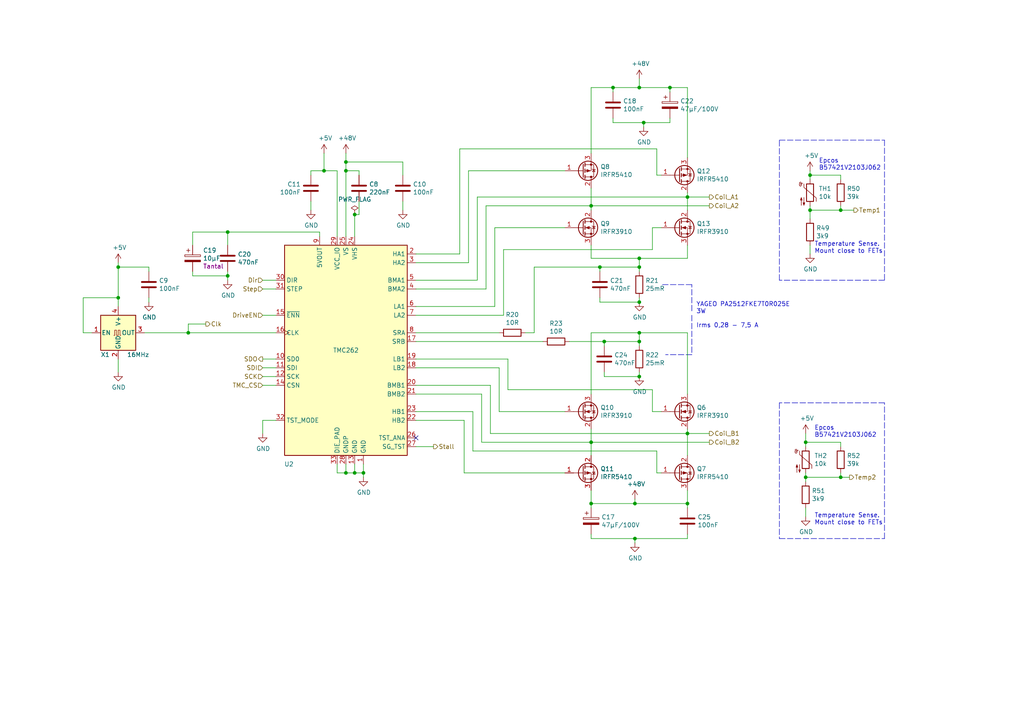
<source format=kicad_sch>
(kicad_sch (version 20211123) (generator eeschema)
  (paper "A4")
  (title_block (title "High Power Stepper Driver") (date "2019-12-19") (rev "1.0") (company "fordprfkt@googlemail.com") (comment 1 "Daniel Walter"))
  (lib_symbols
    (symbol "Device:C" (pin_numbers hide) (pin_names (offset 0.254))
      (property "Reference" "C" (at 0.635 2.54 0))
      (property "Value" "C" (at 0.635 -2.54 0))
      (symbol "C_0_1"
        (polyline (pts (xy -2.032 -0.762) (xy 2.032 -0.762)) (stroke (width 0.508)))
        (polyline (pts (xy -2.032 0.762) (xy 2.032 0.762)) (stroke (width 0.508)))
      )
      (symbol "C_1_1"
        (pin passive line (at 0 3.81 270) (length 2.794) (name "~") (number "1"))
        (pin passive line (at 0 -3.81 90) (length 2.794) (name "~") (number "2"))
      )
    )
    (symbol "Device:C_Polarized" (pin_numbers hide) (pin_names (offset 0.254))
      (property "Reference" "C" (at 0.635 2.54 0))
      (property "Value" "C_Polarized" (at 0.635 -2.54 0))
      (symbol "C_Polarized_0_1"
        (rectangle (start -2.286 0.508) (end 2.286 1.016))
        (polyline (pts (xy -1.778 2.286) (xy -0.762 2.286)))
        (polyline (pts (xy -1.27 2.794) (xy -1.27 1.778)))
        (rectangle (start 2.286 -0.508) (end -2.286 -1.016) (fill (type outline)))
      )
      (symbol "C_Polarized_1_1"
        (pin passive line (at 0 3.81 270) (length 2.794) (name "~") (number "1"))
        (pin passive line (at 0 -3.81 90) (length 2.794) (name "~") (number "2"))
      )
    )
    (symbol "Device:Q_NMOS_GDS" (pin_names (offset 0) hide)
      (property "Reference" "Q" (at 5.08 1.27 0))
      (property "Value" "Q_NMOS_GDS" (at 5.08 -1.27 0))
      (symbol "Q_NMOS_GDS_0_1"
        (polyline (pts (xy 0.254 0) (xy -2.54 0)))
        (polyline (pts (xy 0.254 1.905) (xy 0.254 -1.905)) (stroke (width 0.254)))
        (polyline (pts (xy 0.762 -1.27) (xy 0.762 -2.286)) (stroke (width 0.254)))
        (polyline (pts (xy 0.762 0.508) (xy 0.762 -0.508)) (stroke (width 0.254)))
        (polyline (pts (xy 0.762 2.286) (xy 0.762 1.27)) (stroke (width 0.254)))
        (polyline (pts (xy 2.54 2.54) (xy 2.54 1.778)))
        (polyline (pts (xy 2.54 -2.54) (xy 2.54 0) (xy 0.762 0)))
        (polyline (pts (xy 0.762 -1.778) (xy 3.302 -1.778) (xy 3.302 1.778) (xy 0.762 1.778)))
        (polyline (pts (xy 1.016 0) (xy 2.032 0.381) (xy 2.032 -0.381) (xy 1.016 0)) (fill (type outline)))
        (polyline (pts (xy 2.794 0.508) (xy 2.921 0.381) (xy 3.683 0.381) (xy 3.81 0.254)))
        (polyline (pts (xy 3.302 0.381) (xy 2.921 -0.254) (xy 3.683 -0.254) (xy 3.302 0.381)))
        (circle (center 1.651 0) (radius 2.794) (stroke (width 0.254)))
        (circle (center 2.54 -1.778) (radius 0.254) (fill (type outline)))
        (circle (center 2.54 1.778) (radius 0.254) (fill (type outline)))
      )
      (symbol "Q_NMOS_GDS_1_1"
        (pin input line (at -5.08 0 0) (length 2.54) (name "G") (number "1"))
        (pin passive line (at 2.54 5.08 270) (length 2.54) (name "D") (number "2"))
        (pin passive line (at 2.54 -5.08 90) (length 2.54) (name "S") (number "3"))
      )
    )
    (symbol "Device:Q_PMOS_GDS" (pin_names (offset 0) hide)
      (property "Reference" "Q" (at 5.08 1.27 0))
      (property "Value" "Q_PMOS_GDS" (at 5.08 -1.27 0))
      (symbol "Q_PMOS_GDS_0_1"
        (polyline (pts (xy 0.254 0) (xy -2.54 0)))
        (polyline (pts (xy 0.254 1.905) (xy 0.254 -1.905)) (stroke (width 0.254)))
        (polyline (pts (xy 0.762 -1.27) (xy 0.762 -2.286)) (stroke (width 0.254)))
        (polyline (pts (xy 0.762 0.508) (xy 0.762 -0.508)) (stroke (width 0.254)))
        (polyline (pts (xy 0.762 2.286) (xy 0.762 1.27)) (stroke (width 0.254)))
        (polyline (pts (xy 2.54 2.54) (xy 2.54 1.778)))
        (polyline (pts (xy 2.54 -2.54) (xy 2.54 0) (xy 0.762 0)))
        (polyline (pts (xy 0.762 1.778) (xy 3.302 1.778) (xy 3.302 -1.778) (xy 0.762 -1.778)))
        (polyline (pts (xy 2.286 0) (xy 1.27 0.381) (xy 1.27 -0.381) (xy 2.286 0)) (fill (type outline)))
        (polyline (pts (xy 2.794 -0.508) (xy 2.921 -0.381) (xy 3.683 -0.381) (xy 3.81 -0.254)))
        (polyline (pts (xy 3.302 -0.381) (xy 2.921 0.254) (xy 3.683 0.254) (xy 3.302 -0.381)))
        (circle (center 1.651 0) (radius 2.794) (stroke (width 0.254)))
        (circle (center 2.54 -1.778) (radius 0.254) (fill (type outline)))
        (circle (center 2.54 1.778) (radius 0.254) (fill (type outline)))
      )
      (symbol "Q_PMOS_GDS_1_1"
        (pin input line (at -5.08 0 0) (length 2.54) (name "G") (number "1"))
        (pin passive line (at 2.54 5.08 270) (length 2.54) (name "D") (number "2"))
        (pin passive line (at 2.54 -5.08 90) (length 2.54) (name "S") (number "3"))
      )
    )
    (symbol "Device:R" (pin_numbers hide) (pin_names (offset 0))
      (property "Reference" "R" (at 2.032 0 90))
      (property "Value" "R" (at 0 0 90))
      (symbol "R_0_1"
        (rectangle (start -1.016 -2.54) (end 1.016 2.54) (stroke (width 0.254)))
      )
      (symbol "R_1_1"
        (pin passive line (at 0 3.81 270) (length 1.27) (name "~") (number "1"))
        (pin passive line (at 0 -3.81 90) (length 1.27) (name "~") (number "2"))
      )
    )
    (symbol "Device:Thermistor_NTC" (pin_numbers hide) (pin_names (offset 0))
      (property "Reference" "TH" (at -4.445 0 90))
      (property "Value" "Thermistor_NTC" (at 3.175 0 90))
      (symbol "Thermistor_NTC_0_1"
        (arc (start -3.048 2.159) (mid -3.0505 2.3165) (end -3.175 2.413))
        (arc (start -3.048 2.159) (mid -2.9736 1.9794) (end -2.794 1.905))
        (arc (start -3.048 2.794) (mid -2.9736 2.6144) (end -2.794 2.54))
        (arc (start -2.794 1.905) (mid -2.6144 1.9794) (end -2.54 2.159))
        (arc (start -2.794 2.54) (mid -2.434 2.5608) (end -2.159 2.794))
        (arc (start -2.794 3.048) (mid -2.9736 2.9736) (end -3.048 2.794))
        (arc (start -2.54 2.794) (mid -2.6144 2.9736) (end -2.794 3.048))
        (rectangle (start -1.016 2.54) (end 1.016 -2.54) (stroke (width 0.254)))
        (polyline (pts (xy -2.54 2.159) (xy -2.54 2.794)))
        (polyline (pts (xy -1.778 2.54) (xy -1.778 1.524) (xy 1.778 -1.524) (xy 1.778 -2.54)))
        (polyline (pts (xy -2.54 -3.683) (xy -2.54 -1.397) (xy -2.794 -2.159) (xy -2.286 -2.159) (xy -2.54 -1.397) (xy -2.54 -1.651)) (fill (type outline)))
        (polyline (pts (xy -1.778 -1.397) (xy -1.778 -3.683) (xy -2.032 -2.921) (xy -1.524 -2.921) (xy -1.778 -3.683) (xy -1.778 -3.429)) (fill (type outline)))
      )
      (symbol "Thermistor_NTC_1_1"
        (pin passive line (at 0 3.81 270) (length 1.27) (name "~") (number "1"))
        (pin passive line (at 0 -3.81 90) (length 1.27) (name "~") (number "2"))
      )
    )
    (symbol "Driver_Motor:TMC262"
      (property "Reference" "U" (at 0 0 0))
      (property "Value" "TMC262" (at 0 2.54 0))
      (symbol "TMC262_0_1"
        (rectangle (start -17.78 30.48) (end 17.78 -30.48) (stroke (width 0.254)) (fill (type background)))
      )
      (symbol "TMC262_1_1"
        (pin power_in line (at 5.08 -33.02 90) (length 2.54) (name "GND") (number "1"))
        (pin tri_state line (at -20.32 -2.54 0) (length 2.54) (name "SD0") (number "10"))
        (pin input line (at -20.32 -5.08 0) (length 2.54) (name "SDI") (number "11"))
        (pin input line (at -20.32 -7.62 0) (length 2.54) (name "SCK") (number "12"))
        (pin power_in line (at 2.54 -33.02 90) (length 2.54) (name "GND") (number "13"))
        (pin input line (at -20.32 -10.16 0) (length 2.54) (name "CSN") (number "14"))
        (pin input line (at -20.32 10.16 0) (length 2.54) (name "~{ENN}") (number "15"))
        (pin input clock (at -20.32 5.08 0) (length 2.54) (name "CLK") (number "16"))
        (pin input line (at 20.32 2.54 180) (length 2.54) (name "SRB") (number "17"))
        (pin output line (at 20.32 -5.08 180) (length 2.54) (name "LB2") (number "18"))
        (pin output line (at 20.32 -2.54 180) (length 2.54) (name "LB1") (number "19"))
        (pin output line (at 20.32 27.94 180) (length 2.54) (name "HA1") (number "2"))
        (pin input line (at 20.32 -10.16 180) (length 2.54) (name "BMB1") (number "20"))
        (pin input line (at 20.32 -12.7 180) (length 2.54) (name "BMB2") (number "21"))
        (pin output line (at 20.32 -20.32 180) (length 2.54) (name "HB2") (number "22"))
        (pin output line (at 20.32 -17.78 180) (length 2.54) (name "HB1") (number "23"))
        (pin power_in line (at 2.54 33.02 270) (length 2.54) (name "VHS") (number "24"))
        (pin power_in line (at 0 33.02 270) (length 2.54) (name "VS") (number "25"))
        (pin output line (at 20.32 -25.4 180) (length 2.54) (name "TST_ANA") (number "26"))
        (pin output line (at 20.32 -27.94 180) (length 2.54) (name "SG_TST") (number "27"))
        (pin power_in line (at 0 -33.02 90) (length 2.54) (name "GNDP") (number "28"))
        (pin power_in line (at -2.54 33.02 270) (length 2.54) (name "VCC_IO") (number "29"))
        (pin output line (at 20.32 25.4 180) (length 2.54) (name "HA2") (number "3"))
        (pin input line (at -20.32 20.32 0) (length 2.54) (name "DIR") (number "30"))
        (pin input line (at -20.32 17.78 0) (length 2.54) (name "STEP") (number "31"))
        (pin input line (at -20.32 -20.32 0) (length 2.54) (name "TST_MODE") (number "32"))
        (pin input line (at -2.54 -33.02 90) (length 2.54) (name "DIE_PAD") (number "33"))
        (pin input line (at 20.32 17.78 180) (length 2.54) (name "BMA2") (number "4"))
        (pin input line (at 20.32 20.32 180) (length 2.54) (name "BMA1") (number "5"))
        (pin output line (at 20.32 12.7 180) (length 2.54) (name "LA1") (number "6"))
        (pin output line (at 20.32 10.16 180) (length 2.54) (name "LA2") (number "7"))
        (pin input line (at 20.32 5.08 180) (length 2.54) (name "SRA") (number "8"))
        (pin power_out line (at -7.62 33.02 270) (length 2.54) (name "5VOUT") (number "9"))
      )
    )
    (symbol "Oscillator:XO91" (pin_names (offset 0.254))
      (property "Reference" "X" (at -5.08 6.35 0))
      (property "Value" "XO91" (at 1.27 -6.35 0))
      (symbol "XO91_0_1"
        (rectangle (start -5.08 5.08) (end 5.08 -5.08) (stroke (width 0.254)) (fill (type background)))
        (polyline (pts (xy 0.762 -0.762) (xy 0.508 -0.762) (xy 0.508 0.762) (xy 0 0.762) (xy 0 -0.762) (xy -0.508 -0.762) (xy -0.508 0.762) (xy -1.016 0.762) (xy -1.016 -0.762) (xy -1.27 -0.762)))
      )
      (symbol "XO91_1_1"
        (pin input line (at -7.62 0 0) (length 2.54) (name "EN") (number "1"))
        (pin power_in line (at 0 -7.62 90) (length 2.54) (name "GND") (number "2"))
        (pin output line (at 7.62 0 180) (length 2.54) (name "OUT") (number "3"))
        (pin power_in line (at 0 7.62 270) (length 2.54) (name "V+") (number "4"))
      )
    )
    (symbol "power:+48V" (power) (pin_names (offset 0))
      (property "Value" "+48V" (at 0 3.556 0))
      (symbol "+48V_0_1"
        (polyline (pts (xy -0.762 1.27) (xy 0 2.54)))
        (polyline (pts (xy 0 0) (xy 0 2.54)))
        (polyline (pts (xy 0 2.54) (xy 0.762 1.27)))
      )
      (symbol "+48V_1_1"
        (pin power_in line (at 0 0 90) (length 0) hide (name "+48V") (number "1"))
      )
    )
    (symbol "power:+5V" (power) (pin_names (offset 0))
      (property "Value" "+5V" (at 0 3.556 0))
      (symbol "+5V_0_1"
        (polyline (pts (xy -0.762 1.27) (xy 0 2.54)))
        (polyline (pts (xy 0 0) (xy 0 2.54)))
        (polyline (pts (xy 0 2.54) (xy 0.762 1.27)))
      )
      (symbol "+5V_1_1"
        (pin power_in line (at 0 0 90) (length 0) hide (name "+5V") (number "1"))
      )
    )
    (symbol "power:GND" (power) (pin_names (offset 0))
      (property "Value" "GND" (at 0 -3.81 0))
      (symbol "GND_0_1"
        (polyline (pts (xy 0 0) (xy 0 -1.27) (xy 1.27 -1.27) (xy 0 -2.54) (xy -1.27 -1.27) (xy 0 -1.27)))
      )
      (symbol "GND_1_1"
        (pin power_in line (at 0 0 270) (length 0) hide (name "GND") (number "1"))
      )
    )
    (symbol "power:PWR_FLAG" (power) (pin_numbers hide) (pin_names (offset 0) hide)
      (property "Value" "PWR_FLAG" (at 0 3.81 0))
      (symbol "PWR_FLAG_0_0"
        (pin power_out line (at 0 0 90) (length 0) (name "pwr") (number "1"))
      )
      (symbol "PWR_FLAG_0_1"
        (polyline (pts (xy 0 0) (xy 0 1.27) (xy -1.016 1.905) (xy 0 2.54) (xy 1.016 1.905) (xy 0 1.27)))
      )
    )
  )
  (junction (at 34.29 86.36))
  (junction (at 185.42 77.47))
  (junction (at 100.33 49.53))
  (junction (at 234.95 50.8))
  (junction (at 105.41 137.16))
  (junction (at 243.84 60.96))
  (junction (at 194.31 25.4))
  (junction (at 34.29 77.47))
  (junction (at 185.42 87.63))
  (junction (at 234.95 60.96))
  (junction (at 175.26 99.06))
  (junction (at 66.04 67.31))
  (junction (at 102.87 137.16))
  (junction (at 171.45 146.05))
  (junction (at 199.39 125.73))
  (junction (at 100.33 46.99))
  (junction (at 171.45 59.69))
  (junction (at 93.98 49.53))
  (junction (at 173.99 77.47))
  (junction (at 185.42 96.52))
  (junction (at 66.04 80.01))
  (junction (at 177.8 25.4))
  (junction (at 233.68 138.43))
  (junction (at 186.69 35.56))
  (junction (at 185.42 25.4))
  (junction (at 54.61 96.52))
  (junction (at 185.42 99.06))
  (junction (at 184.15 146.05))
  (junction (at 100.33 137.16))
  (junction (at 185.42 109.22))
  (junction (at 199.39 146.05))
  (junction (at 199.39 57.15))
  (junction (at 184.15 156.21))
  (junction (at 185.42 74.93))
  (junction (at 102.87 62.23))
  (junction (at 233.68 128.27))
  (junction (at 171.45 128.27))
  (junction (at 243.84 138.43))
  (no_connect (at 120.65 127))
  (wire (pts (xy 146.05 91.44) (xy 146.05 72.39)))
  (wire (pts (xy 93.98 49.53) (xy 90.17 49.53)))
  (wire (pts (xy 59.69 93.98) (xy 54.61 93.98)))
  (wire (pts (xy 116.84 50.8) (xy 116.84 46.99)))
  (wire (pts (xy 34.29 77.47) (xy 34.29 76.2)))
  (wire (pts (xy 171.45 74.93) (xy 185.42 74.93)))
  (wire (pts (xy 133.35 73.66) (xy 133.35 43.18)))
  (wire (pts (xy 171.45 114.3) (xy 171.45 96.52)))
  (wire (pts (xy 102.87 137.16) (xy 105.41 137.16)))
  (wire (pts (xy 76.2 83.82) (xy 80.01 83.82)))
  (wire (pts (xy 55.88 78.74) (xy 55.88 80.01)))
  (wire (pts (xy 186.69 35.56) (xy 194.31 35.56)))
  (wire (pts (xy 66.04 67.31) (xy 92.71 67.31)))
  (wire (pts (xy 184.15 156.21) (xy 199.39 156.21)))
  (polyline (pts (xy 256.54 156.21) (xy 256.54 116.84)))
  (wire (pts (xy 144.78 106.68) (xy 144.78 119.38)))
  (wire (pts (xy 189.23 113.03) (xy 189.23 119.38)))
  (wire (pts (xy 144.78 96.52) (xy 120.65 96.52)))
  (wire (pts (xy 234.95 63.5) (xy 234.95 60.96)))
  (wire (pts (xy 199.39 156.21) (xy 199.39 154.94)))
  (wire (pts (xy 205.74 128.27) (xy 171.45 128.27)))
  (wire (pts (xy 185.42 99.06) (xy 185.42 96.52)))
  (wire (pts (xy 199.39 146.05) (xy 199.39 147.32)))
  (wire (pts (xy 186.69 35.56) (xy 186.69 36.83)))
  (wire (pts (xy 140.97 59.69) (xy 140.97 83.82)))
  (wire (pts (xy 97.79 137.16) (xy 100.33 137.16)))
  (wire (pts (xy 199.39 96.52) (xy 199.39 114.3)))
  (wire (pts (xy 194.31 25.4) (xy 199.39 25.4)))
  (wire (pts (xy 134.62 121.92) (xy 134.62 137.16)))
  (wire (pts (xy 234.95 60.96) (xy 234.95 59.69)))
  (wire (pts (xy 142.24 125.73) (xy 199.39 125.73)))
  (wire (pts (xy 175.26 107.95) (xy 175.26 109.22)))
  (wire (pts (xy 80.01 96.52) (xy 54.61 96.52)))
  (wire (pts (xy 54.61 96.52) (xy 41.91 96.52)))
  (wire (pts (xy 120.65 121.92) (xy 134.62 121.92)))
  (wire (pts (xy 199.39 57.15) (xy 205.74 57.15)))
  (wire (pts (xy 190.5 137.16) (xy 191.77 137.16)))
  (wire (pts (xy 147.32 113.03) (xy 189.23 113.03)))
  (wire (pts (xy 66.04 67.31) (xy 55.88 67.31)))
  (polyline (pts (xy 256.54 116.84) (xy 226.06 116.84)))
  (wire (pts (xy 199.39 57.15) (xy 199.39 55.88)))
  (wire (pts (xy 189.23 119.38) (xy 191.77 119.38)))
  (wire (pts (xy 171.45 71.12) (xy 171.45 74.93)))
  (wire (pts (xy 143.51 66.04) (xy 163.83 66.04)))
  (wire (pts (xy 171.45 146.05) (xy 184.15 146.05)))
  (wire (pts (xy 185.42 25.4) (xy 194.31 25.4)))
  (wire (pts (xy 66.04 81.28) (xy 66.04 80.01)))
  (wire (pts (xy 102.87 68.58) (xy 102.87 62.23)))
  (wire (pts (xy 171.45 44.45) (xy 171.45 25.4)))
  (wire (pts (xy 189.23 66.04) (xy 191.77 66.04)))
  (wire (pts (xy 104.14 50.8) (xy 104.14 49.53)))
  (wire (pts (xy 26.67 96.52) (xy 24.13 96.52)))
  (wire (pts (xy 116.84 46.99) (xy 100.33 46.99)))
  (polyline (pts (xy 226.06 116.84) (xy 226.06 156.21)))
  (wire (pts (xy 173.99 86.36) (xy 173.99 87.63)))
  (wire (pts (xy 76.2 91.44) (xy 80.01 91.44)))
  (wire (pts (xy 199.39 146.05) (xy 199.39 142.24)))
  (wire (pts (xy 120.65 119.38) (xy 137.16 119.38)))
  (wire (pts (xy 97.79 68.58) (xy 97.79 49.53)))
  (wire (pts (xy 190.5 130.81) (xy 190.5 137.16)))
  (wire (pts (xy 165.1 99.06) (xy 175.26 99.06)))
  (wire (pts (xy 233.68 128.27) (xy 233.68 125.73)))
  (wire (pts (xy 157.48 99.06) (xy 120.65 99.06)))
  (wire (pts (xy 100.33 137.16) (xy 102.87 137.16)))
  (polyline (pts (xy 226.06 40.64) (xy 256.54 40.64)))
  (wire (pts (xy 185.42 109.22) (xy 185.42 107.95)))
  (wire (pts (xy 93.98 49.53) (xy 93.98 44.45)))
  (wire (pts (xy 54.61 93.98) (xy 54.61 96.52)))
  (wire (pts (xy 173.99 87.63) (xy 185.42 87.63)))
  (wire (pts (xy 90.17 60.96) (xy 90.17 58.42)))
  (wire (pts (xy 120.65 129.54) (xy 125.73 129.54)))
  (wire (pts (xy 34.29 107.95) (xy 34.29 104.14)))
  (wire (pts (xy 120.65 104.14) (xy 147.32 104.14)))
  (wire (pts (xy 185.42 77.47) (xy 185.42 78.74)))
  (wire (pts (xy 233.68 139.7) (xy 233.68 138.43)))
  (wire (pts (xy 105.41 137.16) (xy 105.41 138.43)))
  (wire (pts (xy 137.16 130.81) (xy 190.5 130.81)))
  (wire (pts (xy 185.42 74.93) (xy 199.39 74.93)))
  (wire (pts (xy 135.89 49.53) (xy 163.83 49.53)))
  (wire (pts (xy 34.29 88.9) (xy 34.29 86.36)))
  (wire (pts (xy 171.45 128.27) (xy 171.45 124.46)))
  (wire (pts (xy 233.68 138.43) (xy 233.68 137.16)))
  (wire (pts (xy 233.68 149.86) (xy 233.68 147.32)))
  (wire (pts (xy 104.14 62.23) (xy 104.14 58.42)))
  (wire (pts (xy 100.33 134.62) (xy 100.33 137.16)))
  (wire (pts (xy 171.45 25.4) (xy 177.8 25.4)))
  (wire (pts (xy 177.8 26.67) (xy 177.8 25.4)))
  (wire (pts (xy 120.65 111.76) (xy 142.24 111.76)))
  (wire (pts (xy 184.15 144.78) (xy 184.15 146.05)))
  (wire (pts (xy 24.13 86.36) (xy 34.29 86.36)))
  (wire (pts (xy 171.45 59.69) (xy 171.45 54.61)))
  (wire (pts (xy 134.62 137.16) (xy 163.83 137.16)))
  (wire (pts (xy 100.33 46.99) (xy 100.33 49.53)))
  (wire (pts (xy 133.35 43.18) (xy 190.5 43.18)))
  (wire (pts (xy 139.7 114.3) (xy 139.7 128.27)))
  (wire (pts (xy 243.84 129.54) (xy 243.84 128.27)))
  (polyline (pts (xy 200.66 102.87) (xy 193.04 102.87)))
  (wire (pts (xy 177.8 34.29) (xy 177.8 35.56)))
  (wire (pts (xy 146.05 72.39) (xy 189.23 72.39)))
  (wire (pts (xy 175.26 109.22) (xy 185.42 109.22)))
  (wire (pts (xy 234.95 50.8) (xy 234.95 52.07)))
  (wire (pts (xy 199.39 125.73) (xy 199.39 124.46)))
  (wire (pts (xy 243.84 52.07) (xy 243.84 50.8)))
  (wire (pts (xy 185.42 87.63) (xy 185.42 86.36)))
  (wire (pts (xy 138.43 57.15) (xy 199.39 57.15)))
  (wire (pts (xy 43.18 77.47) (xy 34.29 77.47)))
  (wire (pts (xy 138.43 81.28) (xy 138.43 57.15)))
  (wire (pts (xy 120.65 106.68) (xy 144.78 106.68)))
  (wire (pts (xy 185.42 96.52) (xy 199.39 96.52)))
  (wire (pts (xy 154.94 96.52) (xy 154.94 77.47)))
  (wire (pts (xy 243.84 60.96) (xy 234.95 60.96)))
  (wire (pts (xy 100.33 44.45) (xy 100.33 46.99)))
  (wire (pts (xy 135.89 76.2) (xy 135.89 49.53)))
  (wire (pts (xy 247.65 60.96) (xy 243.84 60.96)))
  (wire (pts (xy 243.84 138.43) (xy 233.68 138.43)))
  (polyline (pts (xy 256.54 81.28) (xy 226.06 81.28)))
  (wire (pts (xy 120.65 114.3) (xy 139.7 114.3)))
  (wire (pts (xy 243.84 137.16) (xy 243.84 138.43)))
  (wire (pts (xy 190.5 50.8) (xy 191.77 50.8)))
  (wire (pts (xy 234.95 73.66) (xy 234.95 71.12)))
  (wire (pts (xy 185.42 100.33) (xy 185.42 99.06)))
  (wire (pts (xy 190.5 43.18) (xy 190.5 50.8)))
  (wire (pts (xy 199.39 25.4) (xy 199.39 45.72)))
  (wire (pts (xy 173.99 77.47) (xy 185.42 77.47)))
  (wire (pts (xy 175.26 100.33) (xy 175.26 99.06)))
  (wire (pts (xy 102.87 62.23) (xy 104.14 62.23)))
  (wire (pts (xy 144.78 119.38) (xy 163.83 119.38)))
  (wire (pts (xy 80.01 121.92) (xy 76.2 121.92)))
  (polyline (pts (xy 200.66 91.44) (xy 200.66 102.87)))
  (polyline (pts (xy 200.66 90.17) (xy 200.66 82.55)))
  (wire (pts (xy 76.2 104.14) (xy 80.01 104.14)))
  (wire (pts (xy 173.99 78.74) (xy 173.99 77.47)))
  (wire (pts (xy 140.97 83.82) (xy 120.65 83.82)))
  (wire (pts (xy 171.45 154.94) (xy 171.45 156.21)))
  (wire (pts (xy 177.8 25.4) (xy 185.42 25.4)))
  (wire (pts (xy 90.17 49.53) (xy 90.17 50.8)))
  (wire (pts (xy 105.41 134.62) (xy 105.41 137.16)))
  (wire (pts (xy 171.45 142.24) (xy 171.45 146.05)))
  (wire (pts (xy 194.31 26.67) (xy 194.31 25.4)))
  (wire (pts (xy 120.65 76.2) (xy 135.89 76.2)))
  (wire (pts (xy 76.2 109.22) (xy 80.01 109.22)))
  (wire (pts (xy 24.13 96.52) (xy 24.13 86.36)))
  (wire (pts (xy 66.04 80.01) (xy 66.04 78.74)))
  (polyline (pts (xy 226.06 81.28) (xy 226.06 40.64)))
  (wire (pts (xy 185.42 74.93) (xy 185.42 77.47)))
  (wire (pts (xy 233.68 129.54) (xy 233.68 128.27)))
  (wire (pts (xy 80.01 106.68) (xy 76.2 106.68)))
  (wire (pts (xy 199.39 57.15) (xy 199.39 60.96)))
  (wire (pts (xy 55.88 80.01) (xy 66.04 80.01)))
  (wire (pts (xy 177.8 35.56) (xy 186.69 35.56)))
  (wire (pts (xy 171.45 96.52) (xy 185.42 96.52)))
  (wire (pts (xy 43.18 87.63) (xy 43.18 86.36)))
  (wire (pts (xy 171.45 132.08) (xy 171.45 128.27)))
  (wire (pts (xy 184.15 146.05) (xy 199.39 146.05)))
  (wire (pts (xy 104.14 49.53) (xy 100.33 49.53)))
  (wire (pts (xy 185.42 25.4) (xy 185.42 22.86)))
  (wire (pts (xy 143.51 88.9) (xy 143.51 66.04)))
  (wire (pts (xy 97.79 134.62) (xy 97.79 137.16)))
  (wire (pts (xy 147.32 104.14) (xy 147.32 113.03)))
  (wire (pts (xy 120.65 88.9) (xy 143.51 88.9)))
  (wire (pts (xy 189.23 72.39) (xy 189.23 66.04)))
  (wire (pts (xy 184.15 156.21) (xy 184.15 157.48)))
  (wire (pts (xy 76.2 121.92) (xy 76.2 125.73)))
  (wire (pts (xy 66.04 67.31) (xy 66.04 71.12)))
  (wire (pts (xy 100.33 49.53) (xy 100.33 68.58)))
  (polyline (pts (xy 226.06 156.21) (xy 256.54 156.21)))
  (wire (pts (xy 152.4 96.52) (xy 154.94 96.52)))
  (wire (pts (xy 80.01 111.76) (xy 76.2 111.76)))
  (wire (pts (xy 205.74 59.69) (xy 171.45 59.69)))
  (wire (pts (xy 175.26 99.06) (xy 185.42 99.06)))
  (wire (pts (xy 243.84 128.27) (xy 233.68 128.27)))
  (wire (pts (xy 139.7 128.27) (xy 171.45 128.27)))
  (wire (pts (xy 120.65 81.28) (xy 138.43 81.28)))
  (wire (pts (xy 55.88 67.31) (xy 55.88 71.12)))
  (wire (pts (xy 43.18 78.74) (xy 43.18 77.47)))
  (wire (pts (xy 199.39 74.93) (xy 199.39 71.12)))
  (wire (pts (xy 120.65 91.44) (xy 146.05 91.44)))
  (wire (pts (xy 80.01 81.28) (xy 76.2 81.28)))
  (wire (pts (xy 243.84 59.69) (xy 243.84 60.96)))
  (wire (pts (xy 142.24 111.76) (xy 142.24 125.73)))
  (wire (pts (xy 171.45 156.21) (xy 184.15 156.21)))
  (wire (pts (xy 171.45 60.96) (xy 171.45 59.69)))
  (wire (pts (xy 102.87 134.62) (xy 102.87 137.16)))
  (wire (pts (xy 194.31 35.56) (xy 194.31 34.29)))
  (wire (pts (xy 92.71 68.58) (xy 92.71 67.31)))
  (wire (pts (xy 120.65 73.66) (xy 133.35 73.66)))
  (wire (pts (xy 243.84 50.8) (xy 234.95 50.8)))
  (wire (pts (xy 154.94 77.47) (xy 173.99 77.47)))
  (wire (pts (xy 171.45 146.05) (xy 171.45 147.32)))
  (wire (pts (xy 234.95 49.53) (xy 234.95 50.8)))
  (wire (pts (xy 116.84 58.42) (xy 116.84 60.96)))
  (wire (pts (xy 199.39 125.73) (xy 205.74 125.73)))
  (wire (pts (xy 34.29 86.36) (xy 34.29 77.47)))
  (wire (pts (xy 137.16 119.38) (xy 137.16 130.81)))
  (polyline (pts (xy 200.66 82.55) (xy 191.77 82.55)))
  (wire (pts (xy 97.79 49.53) (xy 93.98 49.53)))
  (wire (pts (xy 246.38 138.43) (xy 243.84 138.43)))
  (wire (pts (xy 140.97 59.69) (xy 171.45 59.69)))
  (polyline (pts (xy 256.54 40.64) (xy 256.54 81.28)))
  (wire (pts (xy 199.39 132.08) (xy 199.39 125.73)))
  (text "YAGEO PA2512FKE7T0R025E\n3W\n\nIrms 0,28 - 7,5 A" (at 201.93 95.25 0) (effects (font (size 1.27 1.27)) (justify left bottom)))
  (text "Epcos\nB57421V2103J062" (at 237.49 49.53 0) (effects (font (size 1.27 1.27)) (justify left bottom)))
  (text "Temperature Sense.\nMount close to FETs" (at 236.22 152.4 0) (effects (font (size 1.27 1.27)) (justify left bottom)))
  (text "Epcos\nB57421V2103J062" (at 236.22 127 0) (effects (font (size 1.27 1.27)) (justify left bottom)))
  (text "Temperature Sense.\nMount close to FETs" (at 236.22 73.66 0) (effects (font (size 1.27 1.27)) (justify left bottom)))
  (hierarchical_label "Coil_A2" (shape output) (at 205.74 59.69 0))
  (hierarchical_label "Clk" (shape output) (at 59.69 93.98 0))
  (hierarchical_label "SDO" (shape output) (at 76.2 104.14 180))
  (hierarchical_label "Step" (shape input) (at 76.2 83.82 180))
  (hierarchical_label "DriveEN" (shape input) (at 76.2 91.44 180))
  (hierarchical_label "Coil_B1" (shape output) (at 205.74 125.73 0))
  (hierarchical_label "Temp1" (shape output) (at 247.65 60.96 0))
  (hierarchical_label "Coil_B2" (shape output) (at 205.74 128.27 0))
  (hierarchical_label "SCK" (shape input) (at 76.2 109.22 180))
  (hierarchical_label "Dir" (shape input) (at 76.2 81.28 180))
  (hierarchical_label "Coil_A1" (shape output) (at 205.74 57.15 0))
  (hierarchical_label "TMC_CS" (shape input) (at 76.2 111.76 180))
  (hierarchical_label "SDI" (shape input) (at 76.2 106.68 180))
  (hierarchical_label "Temp2" (shape output) (at 246.38 138.43 0))
  (hierarchical_label "Stall" (shape output) (at 125.73 129.54 0))
  (symbol (lib_id "Driver_Motor:TMC262") (at 100.33 101.6 0) (unit 1)
    (property "Reference" "U2" (at 83.82 134.62 0))
    (property "Value" "TMC262" (at 100.33 101.6 0))
    (property "Footprint" "Package_DFN_QFN:QFN-32-1EP_5x5mm_P0.5mm_EP3.45x3.45mm" (effects hide))
    (property "Datasheet" "https://www.trinamic.com/fileadmin/assets/Products/ICs_Documents/TMC262_Datasheet.pdf" (effects hide))
  )
  (symbol (lib_id "power:GND") (at 76.2 125.73 0) (unit 1)
    (property "Reference" "#PWR017" (effects hide))
    (property "Value" "GND" (at 76.327 130.1242 0))
  )
  (symbol (lib_id "power:GND") (at 105.41 138.43 0) (unit 1)
    (property "Reference" "#PWR021" (effects hide))
    (property "Value" "GND" (at 105.537 142.8242 0))
  )
  (symbol (lib_id "Device:C") (at 116.84 54.61 0) (unit 1)
    (property "Reference" "C10" (at 119.761 53.4416 0) (effects (justify left)))
    (property "Value" "100nF" (at 119.761 55.753 0) (effects (justify left)))
    (property "Footprint" "Capacitor_SMD:C_0805_2012Metric" (effects hide))
  )
  (symbol (lib_id "Device:C") (at 104.14 54.61 0) (unit 1)
    (property "Reference" "C8" (at 107.061 53.4416 0) (effects (justify left)))
    (property "Value" "220nF" (at 107.061 55.753 0) (effects (justify left)))
    (property "Footprint" "Capacitor_SMD:C_0805_2012Metric" (effects hide))
  )
  (symbol (lib_id "power:+48V") (at 100.33 44.45 0) (unit 1)
    (property "Reference" "#PWR020" (effects hide))
    (property "Value" "+48V" (at 100.711 40.0558 0))
  )
  (symbol (lib_id "power:GND") (at 116.84 60.96 0) (unit 1)
    (property "Reference" "#PWR022" (effects hide))
    (property "Value" "GND" (at 116.967 65.3542 0))
  )
  (symbol (lib_id "Device:C") (at 90.17 54.61 0) (mirror y) (unit 1)
    (property "Reference" "C11" (at 87.249 53.4416 0) (effects (justify left)))
    (property "Value" "100nF" (at 87.249 55.753 0) (effects (justify left)))
    (property "Footprint" "Capacitor_SMD:C_0805_2012Metric" (effects hide))
  )
  (symbol (lib_id "power:+5V") (at 93.98 44.45 0) (unit 1)
    (property "Reference" "#PWR019" (effects hide))
    (property "Value" "+5V" (at 94.361 40.0558 0))
  )
  (symbol (lib_id "power:GND") (at 90.17 60.96 0) (unit 1)
    (property "Reference" "#PWR018" (effects hide))
    (property "Value" "GND" (at 90.297 65.3542 0))
  )
  (symbol (lib_id "Device:C") (at 66.04 74.93 0) (unit 1)
    (property "Reference" "C20" (at 68.961 73.7616 0) (effects (justify left)))
    (property "Value" "470nF" (at 68.961 76.073 0) (effects (justify left)))
    (property "Footprint" "Capacitor_SMD:C_0805_2012Metric" (effects hide))
  )
  (symbol (lib_id "power:GND") (at 66.04 81.28 0) (unit 1)
    (property "Reference" "#PWR016" (effects hide))
    (property "Value" "GND" (at 66.167 85.6742 0))
  )
  (symbol (lib_id "Device:C") (at 173.99 82.55 0) (unit 1)
    (property "Reference" "C21" (at 176.911 81.3816 0) (effects (justify left)))
    (property "Value" "470nF" (at 176.911 83.693 0) (effects (justify left)))
    (property "Footprint" "Capacitor_SMD:C_0805_2012Metric" (effects hide))
  )
  (symbol (lib_id "Device:C") (at 175.26 104.14 0) (unit 1)
    (property "Reference" "C24" (at 178.181 102.9716 0) (effects (justify left)))
    (property "Value" "470nF" (at 178.181 105.283 0) (effects (justify left)))
    (property "Footprint" "Capacitor_SMD:C_0805_2012Metric" (effects hide))
  )
  (symbol (lib_id "power:+48V") (at 185.42 22.86 0) (unit 1)
    (property "Reference" "#PWR025" (effects hide))
    (property "Value" "+48V" (at 185.801 18.4658 0))
  )
  (symbol (lib_id "Oscillator:XO91") (at 34.29 96.52 0) (unit 1)
    (property "Reference" "X1" (at 29.21 102.87 0) (effects (justify left)))
    (property "Value" "16MHz" (at 36.83 102.87 0) (effects (justify left)))
    (property "Footprint" "Oscillator:Oscillator_SMD_EuroQuartz_XO53-4Pin_5.0x3.2mm_HandSoldering" (effects hide))
    (property "Datasheet" "http://cdn-reichelt.de/documents/datenblatt/B400/XO91.pdf" (effects hide))
  )
  (symbol (lib_id "Device:R") (at 185.42 82.55 0) (unit 1)
    (property "Reference" "R21" (at 187.198 81.3816 0) (effects (justify left)))
    (property "Value" "25mR" (at 187.198 83.693 0) (effects (justify left)))
    (property "Footprint" "Resistor_SMD:R_2512_6332Metric" (effects hide))
  )
  (symbol (lib_id "power:GND") (at 185.42 87.63 0) (unit 1)
    (property "Reference" "#PWR026" (effects hide))
    (property "Value" "GND" (at 185.547 92.0242 0))
  )
  (symbol (lib_id "Device:C") (at 43.18 82.55 0) (unit 1)
    (property "Reference" "C9" (at 46.101 81.3816 0) (effects (justify left)))
    (property "Value" "100nF" (at 46.101 83.693 0) (effects (justify left)))
    (property "Footprint" "Capacitor_SMD:C_0805_2012Metric" (effects hide))
  )
  (symbol (lib_id "power:+5V") (at 34.29 76.2 0) (unit 1)
    (property "Reference" "#PWR012" (effects hide))
    (property "Value" "+5V" (at 34.671 71.8058 0))
  )
  (symbol (lib_id "Device:R") (at 148.59 96.52 270) (unit 1)
    (property "Reference" "R20" (at 148.59 91.2622 90))
    (property "Value" "10R" (at 148.59 93.5736 90))
    (property "Footprint" "Resistor_SMD:R_0805_2012Metric" (effects hide))
  )
  (symbol (lib_id "Device:R") (at 161.29 99.06 270) (unit 1)
    (property "Reference" "R23" (at 161.29 93.8022 90))
    (property "Value" "10R" (at 161.29 96.1136 90))
    (property "Footprint" "Resistor_SMD:R_0805_2012Metric" (effects hide))
  )
  (symbol (lib_id "power:GND") (at 34.29 107.95 0) (unit 1)
    (property "Reference" "#PWR013" (effects hide))
    (property "Value" "GND" (at 34.417 112.3442 0))
  )
  (symbol (lib_id "power:GND") (at 43.18 87.63 0) (unit 1)
    (property "Reference" "#PWR014" (effects hide))
    (property "Value" "GND" (at 43.307 92.0242 0))
  )
  (symbol (lib_id "Device:R") (at 185.42 104.14 0) (unit 1)
    (property "Reference" "R22" (at 187.198 102.9716 0) (effects (justify left)))
    (property "Value" "25mR" (at 187.198 105.283 0) (effects (justify left)))
    (property "Footprint" "Resistor_SMD:R_2512_6332Metric" (effects hide))
  )
  (symbol (lib_id "power:GND") (at 185.42 109.22 0) (unit 1)
    (property "Reference" "#PWR027" (effects hide))
    (property "Value" "GND" (at 185.547 113.6142 0))
  )
  (symbol (lib_id "power:+48V") (at 184.15 144.78 0) (unit 1)
    (property "Reference" "#PWR023" (effects hide))
    (property "Value" "+48V" (at 184.531 140.3858 0))
  )
  (symbol (lib_id "Device:C_Polarized") (at 55.88 74.93 0) (unit 1)
    (property "Reference" "C19" (at 58.8772 72.6186 0) (effects (justify left)))
    (property "Value" "10µF" (at 58.8772 74.93 0) (effects (justify left)))
    (property "Footprint" "Capacitor_Tantalum_SMD:CP_EIA-3528-21_Kemet-B" (effects hide))
    (property "Feld4" "Tantal" (at 58.8772 77.2414 0) (effects (justify left)))
  )
  (symbol (lib_id "Device:C_Polarized") (at 194.31 30.48 0) (unit 1)
    (property "Reference" "C22" (at 197.3072 29.3116 0) (effects (justify left)))
    (property "Value" "47µF/100V" (at 197.3072 31.623 0) (effects (justify left)))
    (property "Footprint" "Capacitor_SMD:CP_Elec_10x10" (effects hide))
  )
  (symbol (lib_id "Device:C") (at 177.8 30.48 0) (unit 1)
    (property "Reference" "C18" (at 180.721 29.3116 0) (effects (justify left)))
    (property "Value" "100nF" (at 180.721 31.623 0) (effects (justify left)))
    (property "Footprint" "Capacitor_SMD:C_0805_2012Metric" (effects hide))
  )
  (symbol (lib_id "power:GND") (at 186.69 36.83 0) (unit 1)
    (property "Reference" "#PWR028" (effects hide))
    (property "Value" "GND" (at 186.817 41.2242 0))
  )
  (symbol (lib_id "Device:Q_NMOS_GDS") (at 168.91 66.04 0) (unit 1)
    (property "Reference" "Q9" (at 174.1424 64.8716 0) (effects (justify left)))
    (property "Value" "IRFR3910" (at 174.1424 67.183 0) (effects (justify left)))
    (property "Footprint" "Package_TO_SOT_SMD:TO-252-2" (effects hide))
  )
  (symbol (lib_id "Device:Q_NMOS_GDS") (at 196.85 66.04 0) (unit 1)
    (property "Reference" "Q13" (at 202.0824 64.8716 0) (effects (justify left)))
    (property "Value" "IRFR3910" (at 202.0824 67.183 0) (effects (justify left)))
    (property "Footprint" "Package_TO_SOT_SMD:TO-252-2" (effects hide))
  )
  (symbol (lib_id "Device:Q_PMOS_GDS") (at 168.91 49.53 0) (mirror x) (unit 1)
    (property "Reference" "Q8" (at 174.1424 48.3616 0) (effects (justify left)))
    (property "Value" "IRFR5410" (at 174.1424 50.673 0) (effects (justify left)))
    (property "Footprint" "Package_TO_SOT_SMD:TO-252-2" (effects hide))
  )
  (symbol (lib_id "Device:C_Polarized") (at 171.45 151.13 0) (unit 1)
    (property "Reference" "C17" (at 174.4472 149.9616 0) (effects (justify left)))
    (property "Value" "47µF/100V" (at 174.4472 152.273 0) (effects (justify left)))
    (property "Footprint" "Capacitor_SMD:CP_Elec_10x10" (effects hide))
  )
  (symbol (lib_id "Device:C") (at 199.39 151.13 0) (unit 1)
    (property "Reference" "C25" (at 202.311 149.9616 0) (effects (justify left)))
    (property "Value" "100nF" (at 202.311 152.273 0) (effects (justify left)))
    (property "Footprint" "Capacitor_SMD:C_0805_2012Metric" (effects hide))
  )
  (symbol (lib_id "Device:Q_PMOS_GDS") (at 196.85 50.8 0) (mirror x) (unit 1)
    (property "Reference" "Q12" (at 202.0824 49.6316 0) (effects (justify left)))
    (property "Value" "IRFR5410" (at 202.0824 51.943 0) (effects (justify left)))
    (property "Footprint" "Package_TO_SOT_SMD:TO-252-2" (effects hide))
  )
  (symbol (lib_id "Device:Q_PMOS_GDS") (at 168.91 137.16 0) (unit 1)
    (property "Reference" "Q11" (at 174.1424 135.9916 0) (effects (justify left)))
    (property "Value" "IRFR5410" (at 174.1424 138.303 0) (effects (justify left)))
    (property "Footprint" "Package_TO_SOT_SMD:TO-252-2" (effects hide))
  )
  (symbol (lib_id "Device:Q_PMOS_GDS") (at 196.85 137.16 0) (unit 1)
    (property "Reference" "Q7" (at 202.0824 135.9916 0) (effects (justify left)))
    (property "Value" "IRFR5410" (at 202.0824 138.303 0) (effects (justify left)))
    (property "Footprint" "Package_TO_SOT_SMD:TO-252-2" (effects hide))
  )
  (symbol (lib_id "power:GND") (at 184.15 157.48 0) (unit 1)
    (property "Reference" "#PWR024" (effects hide))
    (property "Value" "GND" (at 184.277 161.8742 0))
  )
  (symbol (lib_id "Device:Q_NMOS_GDS") (at 168.91 119.38 0) (mirror x) (unit 1)
    (property "Reference" "Q10" (at 174.1424 118.2116 0) (effects (justify left)))
    (property "Value" "IRFR3910" (at 174.1424 120.523 0) (effects (justify left)))
    (property "Footprint" "Package_TO_SOT_SMD:TO-252-2" (effects hide))
  )
  (symbol (lib_id "Device:Q_NMOS_GDS") (at 196.85 119.38 0) (mirror x) (unit 1)
    (property "Reference" "Q6" (at 202.0824 118.2116 0) (effects (justify left)))
    (property "Value" "IRFR3910" (at 202.0824 120.523 0) (effects (justify left)))
    (property "Footprint" "Package_TO_SOT_SMD:TO-252-2" (effects hide))
  )
  (symbol (lib_id "Device:Thermistor_NTC") (at 234.95 55.88 0) (unit 1)
    (property "Reference" "TH1" (at 237.4392 54.7116 0) (effects (justify left)))
    (property "Value" "10k" (at 237.4392 57.023 0) (effects (justify left)))
    (property "Footprint" "Resistor_SMD:R_0805_2012Metric" (effects hide))
  )
  (symbol (lib_id "Device:Thermistor_NTC") (at 233.68 133.35 0) (unit 1)
    (property "Reference" "TH2" (at 236.1692 132.1816 0) (effects (justify left)))
    (property "Value" "10k" (at 236.1692 134.493 0) (effects (justify left)))
    (property "Footprint" "Resistor_SMD:R_0805_2012Metric" (effects hide))
  )
  (symbol (lib_id "Device:R") (at 233.68 143.51 0) (unit 1)
    (property "Reference" "R51" (at 235.458 142.3416 0) (effects (justify left)))
    (property "Value" "3k9" (at 235.458 144.653 0) (effects (justify left)))
    (property "Footprint" "Resistor_SMD:R_0805_2012Metric" (effects hide))
  )
  (symbol (lib_id "Device:R") (at 234.95 67.31 0) (unit 1)
    (property "Reference" "R49" (at 236.728 66.1416 0) (effects (justify left)))
    (property "Value" "3k9" (at 236.728 68.453 0) (effects (justify left)))
    (property "Footprint" "Resistor_SMD:R_0805_2012Metric" (effects hide))
  )
  (symbol (lib_id "power:+5V") (at 234.95 49.53 0) (unit 1)
    (property "Reference" "#PWR031" (effects hide))
    (property "Value" "+5V" (at 235.331 45.1358 0))
  )
  (symbol (lib_id "power:+5V") (at 233.68 125.73 0) (unit 1)
    (property "Reference" "#PWR029" (effects hide))
    (property "Value" "+5V" (at 234.061 121.3358 0))
  )
  (symbol (lib_id "power:GND") (at 233.68 149.86 0) (unit 1)
    (property "Reference" "#PWR030" (effects hide))
    (property "Value" "GND" (at 233.807 154.2542 0))
  )
  (symbol (lib_id "power:GND") (at 234.95 73.66 0) (unit 1)
    (property "Reference" "#PWR032" (effects hide))
    (property "Value" "GND" (at 235.077 78.0542 0))
  )
  (symbol (lib_id "Device:R") (at 243.84 55.88 0) (unit 1)
    (property "Reference" "R50" (at 245.618 54.7116 0) (effects (justify left)))
    (property "Value" "39k" (at 245.618 57.023 0) (effects (justify left)))
    (property "Footprint" "Resistor_SMD:R_0805_2012Metric" (effects hide))
  )
  (symbol (lib_id "Device:R") (at 243.84 133.35 0) (unit 1)
    (property "Reference" "R52" (at 245.618 132.1816 0) (effects (justify left)))
    (property "Value" "39k" (at 245.618 134.493 0) (effects (justify left)))
    (property "Footprint" "Resistor_SMD:R_0805_2012Metric" (effects hide))
  )
  (symbol (lib_id "power:PWR_FLAG") (at 102.87 62.23 0) (unit 1)
    (property "Reference" "#FLG0104" (effects hide))
    (property "Value" "PWR_FLAG" (at 102.87 57.8358 0))
  )
)
</source>
